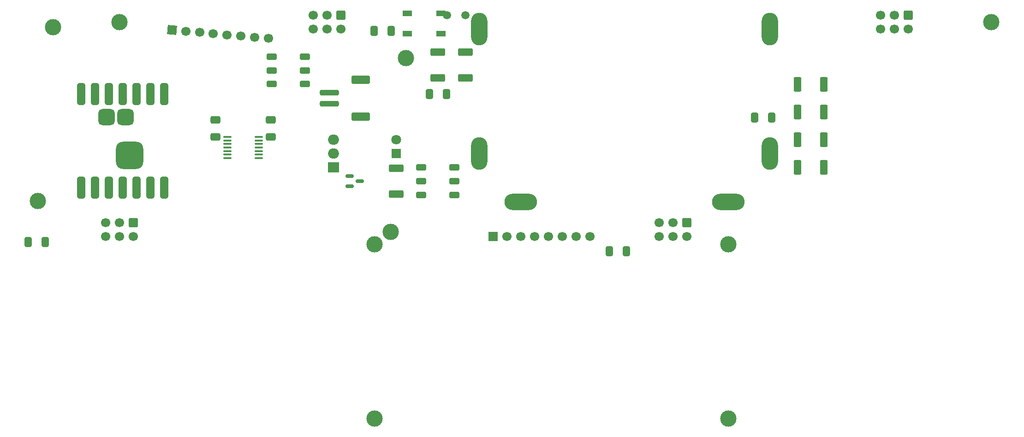
<source format=gbs>
%TF.GenerationSoftware,KiCad,Pcbnew,6.0.10-86aedd382b~118~ubuntu22.04.1*%
%TF.CreationDate,2023-01-31T14:31:14-06:00*%
%TF.ProjectId,badge,62616467-652e-46b6-9963-61645f706362,rev?*%
%TF.SameCoordinates,Original*%
%TF.FileFunction,Soldermask,Bot*%
%TF.FilePolarity,Negative*%
%FSLAX46Y46*%
G04 Gerber Fmt 4.6, Leading zero omitted, Abs format (unit mm)*
G04 Created by KiCad (PCBNEW 6.0.10-86aedd382b~118~ubuntu22.04.1) date 2023-01-31 14:31:14*
%MOMM*%
%LPD*%
G01*
G04 APERTURE LIST*
G04 Aperture macros list*
%AMRoundRect*
0 Rectangle with rounded corners*
0 $1 Rounding radius*
0 $2 $3 $4 $5 $6 $7 $8 $9 X,Y pos of 4 corners*
0 Add a 4 corners polygon primitive as box body*
4,1,4,$2,$3,$4,$5,$6,$7,$8,$9,$2,$3,0*
0 Add four circle primitives for the rounded corners*
1,1,$1+$1,$2,$3*
1,1,$1+$1,$4,$5*
1,1,$1+$1,$6,$7*
1,1,$1+$1,$8,$9*
0 Add four rect primitives between the rounded corners*
20,1,$1+$1,$2,$3,$4,$5,0*
20,1,$1+$1,$4,$5,$6,$7,0*
20,1,$1+$1,$6,$7,$8,$9,0*
20,1,$1+$1,$8,$9,$2,$3,0*%
%AMRotRect*
0 Rectangle, with rotation*
0 The origin of the aperture is its center*
0 $1 length*
0 $2 width*
0 $3 Rotation angle, in degrees counterclockwise*
0 Add horizontal line*
21,1,$1,$2,0,0,$3*%
G04 Aperture macros list end*
%ADD10C,3.000000*%
%ADD11RoundRect,0.250000X-0.600000X0.600000X-0.600000X-0.600000X0.600000X-0.600000X0.600000X0.600000X0*%
%ADD12C,1.700000*%
%ADD13O,3.000000X6.000000*%
%ADD14R,1.700000X1.700000*%
%ADD15O,6.000000X3.000000*%
%ADD16RotRect,1.700000X1.700000X355.000000*%
%ADD17RoundRect,0.249999X1.075001X-0.450001X1.075001X0.450001X-1.075001X0.450001X-1.075001X-0.450001X0*%
%ADD18RoundRect,0.249999X-1.075001X0.450001X-1.075001X-0.450001X1.075001X-0.450001X1.075001X0.450001X0*%
%ADD19RoundRect,0.250000X0.650000X-0.412500X0.650000X0.412500X-0.650000X0.412500X-0.650000X-0.412500X0*%
%ADD20R,1.800000X1.800000*%
%ADD21C,1.800000*%
%ADD22RoundRect,0.250000X0.412500X0.650000X-0.412500X0.650000X-0.412500X-0.650000X0.412500X-0.650000X0*%
%ADD23C,1.500000*%
%ADD24RoundRect,0.250000X-1.500000X0.250000X-1.500000X-0.250000X1.500000X-0.250000X1.500000X0.250000X0*%
%ADD25RoundRect,0.250001X-1.449999X0.499999X-1.449999X-0.499999X1.449999X-0.499999X1.449999X0.499999X0*%
%ADD26RoundRect,0.300000X0.650000X-0.300000X0.650000X0.300000X-0.650000X0.300000X-0.650000X-0.300000X0*%
%ADD27RoundRect,0.249999X0.450001X1.075001X-0.450001X1.075001X-0.450001X-1.075001X0.450001X-1.075001X0*%
%ADD28RoundRect,0.249999X-0.450001X-1.075001X0.450001X-1.075001X0.450001X1.075001X-0.450001X1.075001X0*%
%ADD29RoundRect,0.150000X-0.587500X-0.150000X0.587500X-0.150000X0.587500X0.150000X-0.587500X0.150000X0*%
%ADD30RoundRect,0.300000X-0.650000X0.300000X-0.650000X-0.300000X0.650000X-0.300000X0.650000X0.300000X0*%
%ADD31R,2.000000X1.905000*%
%ADD32O,2.000000X1.905000*%
%ADD33R,1.800000X1.100000*%
%ADD34RoundRect,0.100000X0.637500X0.100000X-0.637500X0.100000X-0.637500X-0.100000X0.637500X-0.100000X0*%
%ADD35RoundRect,0.375000X-0.375000X1.625000X-0.375000X-1.625000X0.375000X-1.625000X0.375000X1.625000X0*%
%ADD36RoundRect,0.750000X0.750000X-0.750000X0.750000X0.750000X-0.750000X0.750000X-0.750000X-0.750000X0*%
%ADD37RoundRect,1.250000X1.250000X1.250000X-1.250000X1.250000X-1.250000X-1.250000X1.250000X-1.250000X0*%
G04 APERTURE END LIST*
D10*
%TO.C,hole1*%
X68580000Y-62230000D03*
%TD*%
D11*
%TO.C,J1*%
X213360000Y-60960000D03*
D12*
X213360000Y-63500000D03*
X210820000Y-60960000D03*
X210820000Y-63500000D03*
X208280000Y-60960000D03*
X208280000Y-63500000D03*
%TD*%
D13*
%TO.C,bb1*%
X187960000Y-63500000D03*
%TD*%
D11*
%TO.C,J1*%
X109220000Y-60960000D03*
D12*
X109220000Y-63500000D03*
X106680000Y-60960000D03*
X106680000Y-63500000D03*
X104140000Y-60960000D03*
X104140000Y-63500000D03*
%TD*%
D13*
%TO.C,bb2*%
X187960000Y-86360000D03*
%TD*%
D10*
%TO.C,U2*%
X115360000Y-103020000D03*
X180360000Y-103020000D03*
X115360000Y-135020000D03*
X180360000Y-135020000D03*
D14*
X137160000Y-101600000D03*
D12*
X139700000Y-101600000D03*
X142240000Y-101600000D03*
X144780000Y-101600000D03*
X147320000Y-101600000D03*
X149860000Y-101600000D03*
X152400000Y-101600000D03*
X154940000Y-101600000D03*
%TD*%
D11*
%TO.C,J1*%
X172720000Y-99060000D03*
D12*
X172720000Y-101600000D03*
X170180000Y-99060000D03*
X170180000Y-101600000D03*
X167640000Y-99060000D03*
X167640000Y-101600000D03*
%TD*%
D13*
%TO.C,bb5*%
X134620000Y-86360000D03*
%TD*%
%TO.C,bb6*%
X134620000Y-63500000D03*
%TD*%
D15*
%TO.C,bb4*%
X142240000Y-95250000D03*
%TD*%
D10*
%TO.C,hole2*%
X228600000Y-62230000D03*
%TD*%
D11*
%TO.C,J1*%
X71120000Y-99060000D03*
D12*
X71120000Y-101600000D03*
X68580000Y-99060000D03*
X68580000Y-101600000D03*
X66040000Y-99060000D03*
X66040000Y-101600000D03*
%TD*%
D15*
%TO.C,bb3*%
X180340000Y-95250000D03*
%TD*%
D10*
%TO.C,U2*%
X56359194Y-63191546D03*
X118322866Y-100734900D03*
X121111850Y-68856670D03*
X53570211Y-95069777D03*
D16*
X78200000Y-63676945D03*
D12*
X80730335Y-63898321D03*
X83260669Y-64119696D03*
X85791004Y-64341072D03*
X88321338Y-64562447D03*
X90851673Y-64783823D03*
X93382007Y-65005199D03*
X95912342Y-65226574D03*
%TD*%
D17*
%TO.C,R3*%
X127000000Y-72507064D03*
X127000000Y-67707064D03*
%TD*%
D18*
%TO.C,R11*%
X119380000Y-89040000D03*
X119380000Y-93840000D03*
%TD*%
D19*
%TO.C,C41*%
X96350000Y-83305000D03*
X96350000Y-80180000D03*
%TD*%
D20*
%TO.C,D6*%
X119380000Y-86360000D03*
D21*
X119380000Y-83820000D03*
%TD*%
D22*
%TO.C,C1*%
X54902500Y-102600000D03*
X51777500Y-102600000D03*
%TD*%
%TO.C,C4*%
X161582500Y-104340000D03*
X158457500Y-104340000D03*
%TD*%
D23*
%TO.C,R2*%
X132080000Y-60953212D03*
X128680000Y-60953212D03*
%TD*%
D24*
%TO.C,BT1*%
X107124214Y-75200000D03*
X107124214Y-77200000D03*
D25*
X112874214Y-72850000D03*
X112874214Y-79550000D03*
%TD*%
D22*
%TO.C,C2*%
X118402500Y-63850000D03*
X115277500Y-63850000D03*
%TD*%
D26*
%TO.C,SW1*%
X102620000Y-73580000D03*
X102620000Y-71080000D03*
X102620000Y-68580000D03*
X96520000Y-73580000D03*
X96520000Y-71080000D03*
X96520000Y-68580000D03*
%TD*%
D27*
%TO.C,R6*%
X197840000Y-78700000D03*
X193040000Y-78700000D03*
%TD*%
D22*
%TO.C,C3*%
X128562500Y-75460000D03*
X125437500Y-75460000D03*
%TD*%
D28*
%TO.C,R4*%
X193040000Y-88900000D03*
X197840000Y-88900000D03*
%TD*%
D29*
%TO.C,Q1*%
X110822500Y-92390000D03*
X110822500Y-90490000D03*
X112697500Y-91440000D03*
%TD*%
D30*
%TO.C,SW3*%
X123950000Y-88940000D03*
X123950000Y-91440000D03*
X123950000Y-93940000D03*
X130050000Y-88940000D03*
X130050000Y-91440000D03*
X130050000Y-93940000D03*
%TD*%
D31*
%TO.C,U3*%
X107885000Y-88900000D03*
D32*
X107885000Y-86360000D03*
X107885000Y-83820000D03*
%TD*%
D22*
%TO.C,C5*%
X188286805Y-79742363D03*
X185161805Y-79742363D03*
%TD*%
D33*
%TO.C,SW2*%
X121360000Y-60610000D03*
X127560000Y-60610000D03*
X127560000Y-64310000D03*
X121360000Y-64310000D03*
%TD*%
D34*
%TO.C,U4*%
X94132500Y-83310000D03*
X94132500Y-83960000D03*
X94132500Y-84610000D03*
X94132500Y-85260000D03*
X94132500Y-85910000D03*
X94132500Y-86560000D03*
X94132500Y-87210000D03*
X88407500Y-87210000D03*
X88407500Y-86560000D03*
X88407500Y-85910000D03*
X88407500Y-85260000D03*
X88407500Y-84610000D03*
X88407500Y-83960000D03*
X88407500Y-83310000D03*
%TD*%
D19*
%TO.C,C42*%
X86190000Y-83305000D03*
X86190000Y-80180000D03*
%TD*%
D35*
%TO.C,U1*%
X61580490Y-75475780D03*
X64120490Y-75475780D03*
X66660490Y-75475780D03*
X69200490Y-75475780D03*
X71740490Y-75475780D03*
X74280490Y-75475780D03*
X76820490Y-75475780D03*
X76820490Y-92640340D03*
X74280490Y-92640340D03*
X71740490Y-92640340D03*
X69200490Y-92640340D03*
X66660490Y-92640340D03*
X64120490Y-92640340D03*
X61580490Y-92640340D03*
D36*
X69679266Y-79714877D03*
X66169266Y-79714877D03*
D37*
X70470010Y-86659629D03*
%TD*%
D17*
%TO.C,R1*%
X132080000Y-72507064D03*
X132080000Y-67707064D03*
%TD*%
D28*
%TO.C,R5*%
X193040000Y-83820000D03*
X197840000Y-83820000D03*
%TD*%
D27*
%TO.C,R7*%
X197840000Y-73660000D03*
X193040000Y-73660000D03*
%TD*%
M02*

</source>
